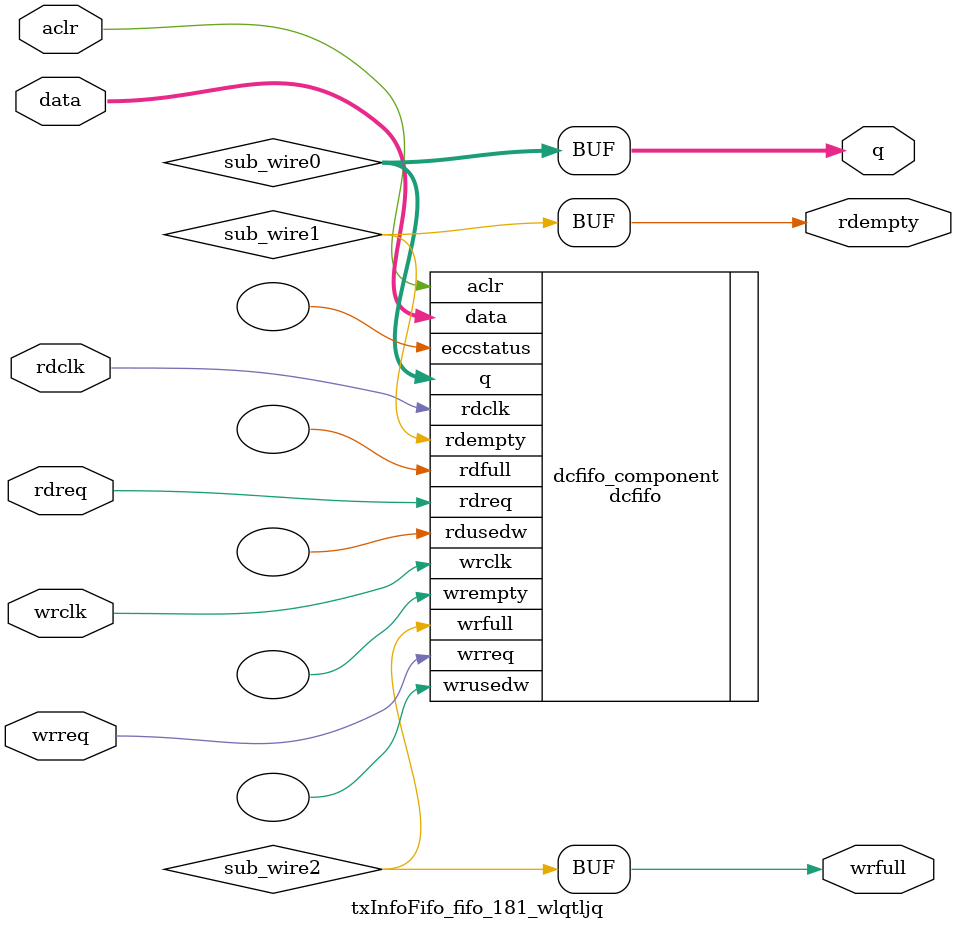
<source format=v>



`timescale 1 ps / 1 ps
// synopsys translate_on
module  txInfoFifo_fifo_181_wlqtljq  (
    aclr,
    data,
    rdclk,
    rdreq,
    wrclk,
    wrreq,
    q,
    rdempty,
    wrfull);

    input    aclr;
    input  [20:0]  data;
    input    rdclk;
    input    rdreq;
    input    wrclk;
    input    wrreq;
    output [20:0]  q;
    output   rdempty;
    output   wrfull;
`ifndef ALTERA_RESERVED_QIS
// synopsys translate_off
`endif
    tri0     aclr;
`ifndef ALTERA_RESERVED_QIS
// synopsys translate_on
`endif

    wire [20:0] sub_wire0;
    wire  sub_wire1;
    wire  sub_wire2;
    wire [20:0] q = sub_wire0[20:0];
    wire  rdempty = sub_wire1;
    wire  wrfull = sub_wire2;

    dcfifo  dcfifo_component (
                .aclr (aclr),
                .data (data),
                .rdclk (rdclk),
                .rdreq (rdreq),
                .wrclk (wrclk),
                .wrreq (wrreq),
                .q (sub_wire0),
                .rdempty (sub_wire1),
                .wrfull (sub_wire2),
                .eccstatus (),
                .rdfull (),
                .rdusedw (),
                .wrempty (),
                .wrusedw ());
    defparam
        dcfifo_component.enable_ecc  = "FALSE",
        dcfifo_component.intended_device_family  = "Arria 10",
        dcfifo_component.lpm_hint  = "DISABLE_DCFIFO_EMBEDDED_TIMING_CONSTRAINT=TRUE",
        dcfifo_component.lpm_numwords  = 256,
        dcfifo_component.lpm_showahead  = "OFF",
        dcfifo_component.lpm_type  = "dcfifo",
        dcfifo_component.lpm_width  = 21,
        dcfifo_component.lpm_widthu  = 8,
        dcfifo_component.overflow_checking  = "ON",
        dcfifo_component.rdsync_delaypipe  = 5,
        dcfifo_component.read_aclr_synch  = "ON",
        dcfifo_component.underflow_checking  = "ON",
        dcfifo_component.use_eab  = "ON",
        dcfifo_component.write_aclr_synch  = "OFF",
        dcfifo_component.wrsync_delaypipe  = 5;


endmodule



</source>
